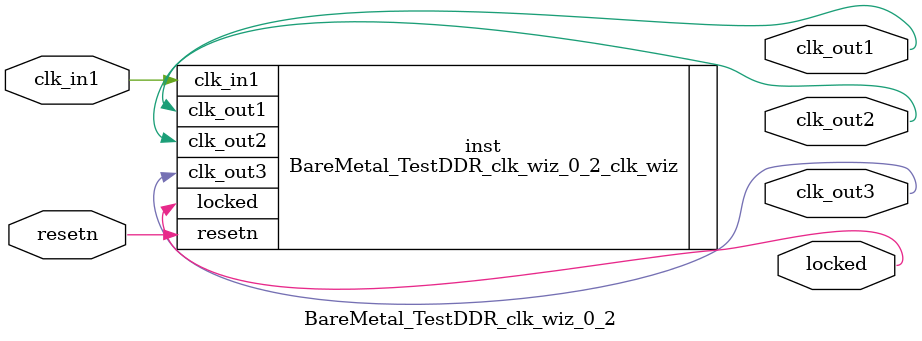
<source format=v>


`timescale 1ps/1ps

(* CORE_GENERATION_INFO = "BareMetal_TestDDR_clk_wiz_0_2,clk_wiz_v6_0_11_0_0,{component_name=BareMetal_TestDDR_clk_wiz_0_2,use_phase_alignment=true,use_min_o_jitter=false,use_max_i_jitter=false,use_dyn_phase_shift=false,use_inclk_switchover=false,use_dyn_reconfig=false,enable_axi=0,feedback_source=FDBK_AUTO,PRIMITIVE=MMCM,num_out_clk=3,clkin1_period=83.333,clkin2_period=10.0,use_power_down=false,use_reset=true,use_locked=true,use_inclk_stopped=false,feedback_type=SINGLE,CLOCK_MGR_TYPE=NA,manual_override=false}" *)

module BareMetal_TestDDR_clk_wiz_0_2 
 (
  // Clock out ports
  output        clk_out1,
  output        clk_out2,
  output        clk_out3,
  // Status and control signals
  input         resetn,
  output        locked,
 // Clock in ports
  input         clk_in1
 );

  BareMetal_TestDDR_clk_wiz_0_2_clk_wiz inst
  (
  // Clock out ports  
  .clk_out1(clk_out1),
  .clk_out2(clk_out2),
  .clk_out3(clk_out3),
  // Status and control signals               
  .resetn(resetn), 
  .locked(locked),
 // Clock in ports
  .clk_in1(clk_in1)
  );

endmodule

</source>
